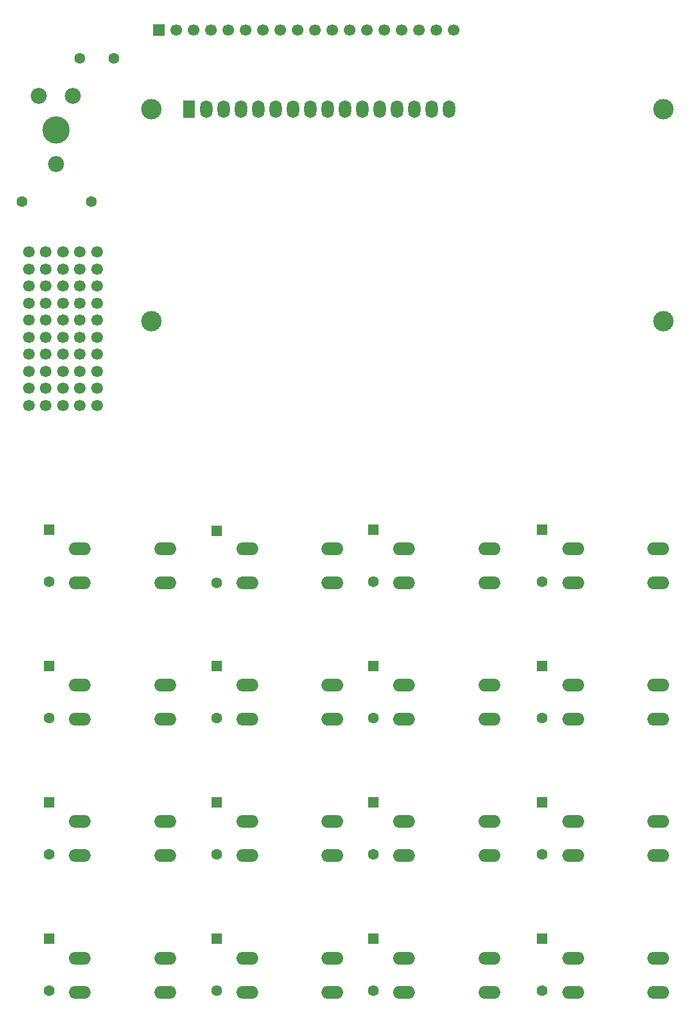
<source format=gbr>
%TF.GenerationSoftware,KiCad,Pcbnew,9.0.6*%
%TF.CreationDate,2025-12-01T15:24:05-05:00*%
%TF.ProjectId,65C816,36354338-3136-42e6-9b69-6361645f7063,rev?*%
%TF.SameCoordinates,Original*%
%TF.FileFunction,Soldermask,Top*%
%TF.FilePolarity,Negative*%
%FSLAX46Y46*%
G04 Gerber Fmt 4.6, Leading zero omitted, Abs format (unit mm)*
G04 Created by KiCad (PCBNEW 9.0.6) date 2025-12-01 15:24:05*
%MOMM*%
%LPD*%
G01*
G04 APERTURE LIST*
G04 Aperture macros list*
%AMRoundRect*
0 Rectangle with rounded corners*
0 $1 Rounding radius*
0 $2 $3 $4 $5 $6 $7 $8 $9 X,Y pos of 4 corners*
0 Add a 4 corners polygon primitive as box body*
4,1,4,$2,$3,$4,$5,$6,$7,$8,$9,$2,$3,0*
0 Add four circle primitives for the rounded corners*
1,1,$1+$1,$2,$3*
1,1,$1+$1,$4,$5*
1,1,$1+$1,$6,$7*
1,1,$1+$1,$8,$9*
0 Add four rect primitives between the rounded corners*
20,1,$1+$1,$2,$3,$4,$5,0*
20,1,$1+$1,$4,$5,$6,$7,0*
20,1,$1+$1,$6,$7,$8,$9,0*
20,1,$1+$1,$8,$9,$2,$3,0*%
G04 Aperture macros list end*
%ADD10O,3.200000X1.900000*%
%ADD11C,1.700000*%
%ADD12C,1.600000*%
%ADD13RoundRect,0.250000X-0.550000X0.550000X-0.550000X-0.550000X0.550000X-0.550000X0.550000X0.550000X0*%
%ADD14C,4.000000*%
%ADD15C,2.340000*%
%ADD16R,1.700000X1.700000*%
%ADD17C,3.000000*%
%ADD18R,1.800000X2.600000*%
%ADD19O,1.800000X2.600000*%
G04 APERTURE END LIST*
D10*
%TO.C,SW8*%
X122000000Y-174500000D03*
X109500000Y-174500000D03*
X122000000Y-169500000D03*
X109500000Y-169500000D03*
%TD*%
D11*
%TO.C,*%
X54500000Y-86000000D03*
%TD*%
%TO.C,*%
X57000000Y-88500000D03*
%TD*%
%TO.C,*%
X64500000Y-88500000D03*
%TD*%
%TO.C,*%
X64500000Y-86000000D03*
%TD*%
%TO.C,*%
X57000000Y-86000000D03*
%TD*%
%TO.C,*%
X59500000Y-88500000D03*
%TD*%
%TO.C,*%
X54500000Y-88500000D03*
%TD*%
%TO.C,*%
X62000000Y-88500000D03*
%TD*%
%TO.C,*%
X59500000Y-86000000D03*
%TD*%
%TO.C,*%
X62000000Y-86000000D03*
%TD*%
%TO.C,*%
X64500000Y-73500000D03*
%TD*%
%TO.C,*%
X64500000Y-83500000D03*
%TD*%
%TO.C,*%
X64500000Y-71000000D03*
%TD*%
%TO.C,*%
X64500000Y-66000000D03*
%TD*%
%TO.C,*%
X64500000Y-76000000D03*
%TD*%
%TO.C,*%
X64500000Y-68500000D03*
%TD*%
%TO.C,*%
X64500000Y-78500000D03*
%TD*%
%TO.C,*%
X64500000Y-81000000D03*
%TD*%
%TO.C,*%
X54500000Y-83500000D03*
%TD*%
%TO.C,*%
X59500000Y-83500000D03*
%TD*%
%TO.C,*%
X54500000Y-78500000D03*
%TD*%
%TO.C,*%
X62000000Y-83500000D03*
%TD*%
%TO.C,*%
X57000000Y-78500000D03*
%TD*%
%TO.C,*%
X59500000Y-78500000D03*
%TD*%
%TO.C,*%
X57000000Y-83500000D03*
%TD*%
%TO.C,*%
X57000000Y-81000000D03*
%TD*%
%TO.C,*%
X62000000Y-81000000D03*
%TD*%
%TO.C,*%
X62000000Y-76000000D03*
%TD*%
%TO.C,*%
X62000000Y-78500000D03*
%TD*%
%TO.C,*%
X54500000Y-76000000D03*
%TD*%
%TO.C,*%
X59500000Y-76000000D03*
%TD*%
%TO.C,*%
X59500000Y-81000000D03*
%TD*%
%TO.C,*%
X54500000Y-81000000D03*
%TD*%
%TO.C,*%
X57000000Y-76000000D03*
%TD*%
%TO.C,*%
X59500000Y-73500000D03*
%TD*%
%TO.C,*%
X59500000Y-68500000D03*
%TD*%
%TO.C,*%
X62000000Y-68500000D03*
%TD*%
%TO.C,*%
X62000000Y-73500000D03*
%TD*%
%TO.C,*%
X62000000Y-71000000D03*
%TD*%
%TO.C,*%
X59500000Y-66000000D03*
%TD*%
%TO.C,*%
X59500000Y-71000000D03*
%TD*%
%TO.C,*%
X62000000Y-66000000D03*
%TD*%
%TO.C,*%
X54500000Y-73500000D03*
%TD*%
%TO.C,*%
X57000000Y-73500000D03*
%TD*%
%TO.C,*%
X54500000Y-71000000D03*
%TD*%
%TO.C,*%
X57000000Y-71000000D03*
%TD*%
%TO.C,*%
X54500000Y-68500000D03*
%TD*%
%TO.C,*%
X57000000Y-68500000D03*
%TD*%
%TO.C,*%
X57000000Y-66000000D03*
%TD*%
%TO.C,*%
X54500000Y-66000000D03*
%TD*%
D12*
%TO.C,D4*%
X129750000Y-174310000D03*
D13*
X129750000Y-166690000D03*
%TD*%
%TO.C,D3*%
X129750000Y-146690000D03*
D12*
X129750000Y-154310000D03*
%TD*%
%TO.C,D2*%
X129750000Y-134310000D03*
D13*
X129750000Y-126690000D03*
%TD*%
D12*
%TO.C,D1*%
X129750000Y-114310000D03*
D13*
X129750000Y-106690000D03*
%TD*%
D12*
%TO.C,D6*%
X105000000Y-134310000D03*
D13*
X105000000Y-126690000D03*
%TD*%
D12*
%TO.C,D5*%
X105000000Y-114310000D03*
D13*
X105000000Y-106690000D03*
%TD*%
D12*
%TO.C,D8*%
X105000000Y-174310000D03*
D13*
X105000000Y-166690000D03*
%TD*%
D12*
%TO.C,D7*%
X105000000Y-154310000D03*
D13*
X105000000Y-146690000D03*
%TD*%
D10*
%TO.C,SW5*%
X109500000Y-109500000D03*
X122000000Y-109500000D03*
X109500000Y-114500000D03*
X122000000Y-114500000D03*
%TD*%
%TO.C,SW6*%
X122000000Y-134500000D03*
X109500000Y-134500000D03*
X122000000Y-129500000D03*
X109500000Y-129500000D03*
%TD*%
%TO.C,SW7*%
X109500000Y-149500000D03*
X122000000Y-149500000D03*
X109500000Y-154500000D03*
X122000000Y-154500000D03*
%TD*%
%TO.C,SW12*%
X86500000Y-169500000D03*
X99000000Y-169500000D03*
X86500000Y-174500000D03*
X99000000Y-174500000D03*
%TD*%
%TO.C,SW10*%
X86500000Y-129500000D03*
X99000000Y-129500000D03*
X86500000Y-134500000D03*
X99000000Y-134500000D03*
%TD*%
%TO.C,SW14*%
X74500000Y-134500000D03*
X62000000Y-134500000D03*
X74500000Y-129500000D03*
X62000000Y-129500000D03*
%TD*%
%TO.C,SW3*%
X146750000Y-154500000D03*
X134250000Y-154500000D03*
X146750000Y-149500000D03*
X134250000Y-149500000D03*
%TD*%
%TO.C,SW4*%
X134250000Y-169500000D03*
X146750000Y-169500000D03*
X134250000Y-174500000D03*
X146750000Y-174500000D03*
%TD*%
%TO.C,SW11*%
X86500000Y-149500000D03*
X99000000Y-149500000D03*
X86500000Y-154500000D03*
X99000000Y-154500000D03*
%TD*%
%TO.C,SW15*%
X74500000Y-154500000D03*
X62000000Y-154500000D03*
X74500000Y-149500000D03*
X62000000Y-149500000D03*
%TD*%
%TO.C,SW2*%
X146750000Y-134500000D03*
X134250000Y-134500000D03*
X146750000Y-129500000D03*
X134250000Y-129500000D03*
%TD*%
%TO.C,SW16*%
X74500000Y-174500000D03*
X62000000Y-174500000D03*
X74500000Y-169500000D03*
X62000000Y-169500000D03*
%TD*%
%TO.C,SW9*%
X86500000Y-109500000D03*
X99000000Y-109500000D03*
X86500000Y-114500000D03*
X99000000Y-114500000D03*
%TD*%
%TO.C,SW13*%
X74500000Y-114500000D03*
X62000000Y-114500000D03*
X74500000Y-109500000D03*
X62000000Y-109500000D03*
%TD*%
%TO.C,SW1*%
X146750000Y-114500000D03*
X134250000Y-114500000D03*
X146750000Y-109500000D03*
X134250000Y-109500000D03*
%TD*%
D14*
%TO.C,RV1*%
X58500000Y-48120000D03*
D15*
X56000000Y-43120000D03*
X58500000Y-53120000D03*
X61000000Y-43120000D03*
%TD*%
D12*
%TO.C,R2*%
X53500000Y-58620000D03*
X63660000Y-58620000D03*
%TD*%
D16*
%TO.C,J2*%
X73600000Y-33500000D03*
D11*
X76140000Y-33500000D03*
X78680000Y-33500000D03*
X81220000Y-33500000D03*
X83760000Y-33500000D03*
X86300000Y-33500000D03*
X88840000Y-33500000D03*
X91380000Y-33500000D03*
X93920000Y-33500000D03*
X96460000Y-33500000D03*
X99000000Y-33500000D03*
X101540000Y-33500000D03*
X104080000Y-33500000D03*
X106620000Y-33500000D03*
X109160000Y-33500000D03*
X111700000Y-33500000D03*
X114240000Y-33500000D03*
X116780000Y-33500000D03*
%TD*%
D17*
%TO.C,DS1*%
X72500900Y-45120000D03*
X72500900Y-76120700D03*
X147499480Y-76120700D03*
X147500000Y-45120000D03*
D18*
X78000000Y-45120000D03*
D19*
X80540000Y-45120000D03*
X83080000Y-45120000D03*
X85620000Y-45120000D03*
X88160000Y-45120000D03*
X90700000Y-45120000D03*
X93240000Y-45120000D03*
X95780000Y-45120000D03*
X98320000Y-45120000D03*
X100860000Y-45120000D03*
X103400000Y-45120000D03*
X105940000Y-45120000D03*
X108480000Y-45120000D03*
X111020000Y-45120000D03*
X113560000Y-45120000D03*
X116100000Y-45120000D03*
%TD*%
D13*
%TO.C,D16*%
X57500000Y-166690000D03*
D12*
X57500000Y-174310000D03*
%TD*%
D13*
%TO.C,D15*%
X57500000Y-146690000D03*
D12*
X57500000Y-154310000D03*
%TD*%
D13*
%TO.C,D14*%
X57500000Y-126690000D03*
D12*
X57500000Y-134310000D03*
%TD*%
D13*
%TO.C,D13*%
X57500000Y-106690000D03*
D12*
X57500000Y-114310000D03*
%TD*%
D13*
%TO.C,D12*%
X82000000Y-166690000D03*
D12*
X82000000Y-174310000D03*
%TD*%
D13*
%TO.C,D11*%
X82000000Y-146690000D03*
D12*
X82000000Y-154310000D03*
%TD*%
D13*
%TO.C,D10*%
X82000000Y-126690000D03*
D12*
X82000000Y-134310000D03*
%TD*%
D13*
%TO.C,D9*%
X82000000Y-106880000D03*
D12*
X82000000Y-114500000D03*
%TD*%
%TO.C,C1*%
X62000000Y-37620000D03*
X67000000Y-37620000D03*
%TD*%
M02*

</source>
